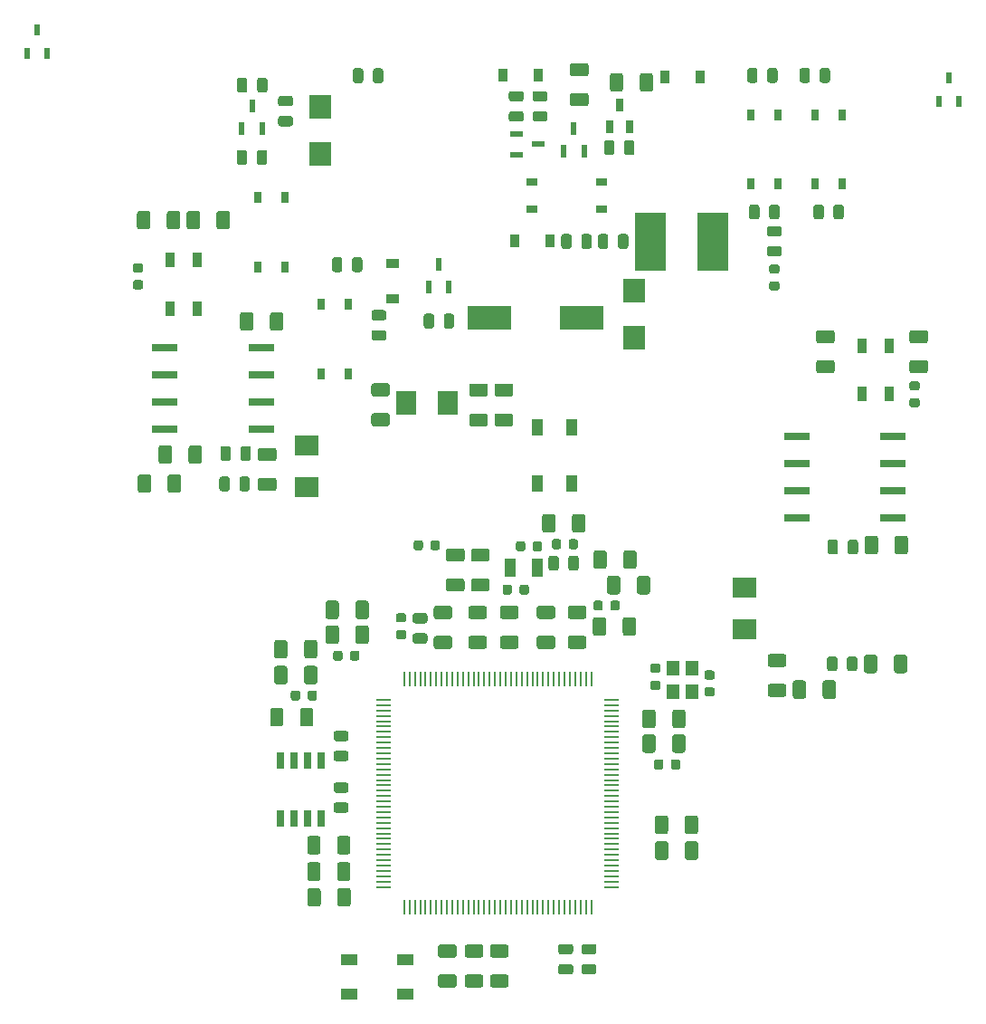
<source format=gtp>
G04 #@! TF.GenerationSoftware,KiCad,Pcbnew,(5.1.6-0-10_14)*
G04 #@! TF.CreationDate,2021-12-22T00:37:34+01:00*
G04 #@! TF.ProjectId,CHAdeMO_V2.0,43484164-654d-44f5-9f56-322e302e6b69,rev?*
G04 #@! TF.SameCoordinates,Original*
G04 #@! TF.FileFunction,Paste,Top*
G04 #@! TF.FilePolarity,Positive*
%FSLAX46Y46*%
G04 Gerber Fmt 4.6, Leading zero omitted, Abs format (unit mm)*
G04 Created by KiCad (PCBNEW (5.1.6-0-10_14)) date 2021-12-22 00:37:34*
%MOMM*%
%LPD*%
G01*
G04 APERTURE LIST*
%ADD10R,1.200000X0.900000*%
%ADD11R,0.900000X1.200000*%
%ADD12R,0.600000X1.050000*%
%ADD13R,0.650000X1.200000*%
%ADD14R,0.600000X1.300000*%
%ADD15R,1.300000X0.600000*%
%ADD16R,0.900000X1.350000*%
%ADD17R,1.900000X2.200000*%
%ADD18R,2.900000X5.450000*%
%ADD19R,2.150000X2.200000*%
%ADD20R,0.800000X1.000000*%
%ADD21R,1.000000X0.800000*%
%ADD22R,1.550000X1.000000*%
%ADD23R,1.000000X1.550000*%
%ADD24R,4.050000X2.300000*%
%ADD25R,0.280000X1.470000*%
%ADD26R,1.470000X0.280000*%
%ADD27R,2.350000X0.700000*%
%ADD28R,1.000000X1.800000*%
%ADD29R,0.650000X1.525000*%
%ADD30R,2.200000X1.900000*%
%ADD31R,1.200000X1.400000*%
G04 APERTURE END LIST*
G36*
G01*
X126797100Y-116639500D02*
X126797100Y-115389500D01*
G75*
G02*
X127047100Y-115139500I250000J0D01*
G01*
X127797100Y-115139500D01*
G75*
G02*
X128047100Y-115389500I0J-250000D01*
G01*
X128047100Y-116639500D01*
G75*
G02*
X127797100Y-116889500I-250000J0D01*
G01*
X127047100Y-116889500D01*
G75*
G02*
X126797100Y-116639500I0J250000D01*
G01*
G37*
G36*
G01*
X123997100Y-116639500D02*
X123997100Y-115389500D01*
G75*
G02*
X124247100Y-115139500I250000J0D01*
G01*
X124997100Y-115139500D01*
G75*
G02*
X125247100Y-115389500I0J-250000D01*
G01*
X125247100Y-116639500D01*
G75*
G02*
X124997100Y-116889500I-250000J0D01*
G01*
X124247100Y-116889500D01*
G75*
G02*
X123997100Y-116639500I0J250000D01*
G01*
G37*
G36*
G01*
X122531850Y-77120000D02*
X122019350Y-77120000D01*
G75*
G02*
X121800600Y-76901250I0J218750D01*
G01*
X121800600Y-76463750D01*
G75*
G02*
X122019350Y-76245000I218750J0D01*
G01*
X122531850Y-76245000D01*
G75*
G02*
X122750600Y-76463750I0J-218750D01*
G01*
X122750600Y-76901250D01*
G75*
G02*
X122531850Y-77120000I-218750J0D01*
G01*
G37*
G36*
G01*
X122531850Y-78695000D02*
X122019350Y-78695000D01*
G75*
G02*
X121800600Y-78476250I0J218750D01*
G01*
X121800600Y-78038750D01*
G75*
G02*
X122019350Y-77820000I218750J0D01*
G01*
X122531850Y-77820000D01*
G75*
G02*
X122750600Y-78038750I0J-218750D01*
G01*
X122750600Y-78476250D01*
G75*
G02*
X122531850Y-78695000I-218750J0D01*
G01*
G37*
G36*
G01*
X87594150Y-109731100D02*
X87081650Y-109731100D01*
G75*
G02*
X86862900Y-109512350I0J218750D01*
G01*
X86862900Y-109074850D01*
G75*
G02*
X87081650Y-108856100I218750J0D01*
G01*
X87594150Y-108856100D01*
G75*
G02*
X87812900Y-109074850I0J-218750D01*
G01*
X87812900Y-109512350D01*
G75*
G02*
X87594150Y-109731100I-218750J0D01*
G01*
G37*
G36*
G01*
X87594150Y-111306100D02*
X87081650Y-111306100D01*
G75*
G02*
X86862900Y-111087350I0J218750D01*
G01*
X86862900Y-110649850D01*
G75*
G02*
X87081650Y-110431100I218750J0D01*
G01*
X87594150Y-110431100D01*
G75*
G02*
X87812900Y-110649850I0J-218750D01*
G01*
X87812900Y-111087350D01*
G75*
G02*
X87594150Y-111306100I-218750J0D01*
G01*
G37*
D10*
X86563200Y-76175600D03*
X86563200Y-79475600D03*
D11*
X115315000Y-58699400D03*
X112015000Y-58699400D03*
X100202000Y-58547000D03*
X96902000Y-58547000D03*
X101268800Y-74079100D03*
X97968800Y-74079100D03*
G36*
G01*
X121819350Y-74541800D02*
X122731850Y-74541800D01*
G75*
G02*
X122975600Y-74785550I0J-243750D01*
G01*
X122975600Y-75273050D01*
G75*
G02*
X122731850Y-75516800I-243750J0D01*
G01*
X121819350Y-75516800D01*
G75*
G02*
X121575600Y-75273050I0J243750D01*
G01*
X121575600Y-74785550D01*
G75*
G02*
X121819350Y-74541800I243750J0D01*
G01*
G37*
G36*
G01*
X121819350Y-72666800D02*
X122731850Y-72666800D01*
G75*
G02*
X122975600Y-72910550I0J-243750D01*
G01*
X122975600Y-73398050D01*
G75*
G02*
X122731850Y-73641800I-243750J0D01*
G01*
X121819350Y-73641800D01*
G75*
G02*
X121575600Y-73398050I0J243750D01*
G01*
X121575600Y-72910550D01*
G75*
G02*
X121819350Y-72666800I243750J0D01*
G01*
G37*
G36*
G01*
X106738000Y-73648250D02*
X106738000Y-74560750D01*
G75*
G02*
X106494250Y-74804500I-243750J0D01*
G01*
X106006750Y-74804500D01*
G75*
G02*
X105763000Y-74560750I0J243750D01*
G01*
X105763000Y-73648250D01*
G75*
G02*
X106006750Y-73404500I243750J0D01*
G01*
X106494250Y-73404500D01*
G75*
G02*
X106738000Y-73648250I0J-243750D01*
G01*
G37*
G36*
G01*
X108613000Y-73648250D02*
X108613000Y-74560750D01*
G75*
G02*
X108369250Y-74804500I-243750J0D01*
G01*
X107881750Y-74804500D01*
G75*
G02*
X107638000Y-74560750I0J243750D01*
G01*
X107638000Y-73648250D01*
G75*
G02*
X107881750Y-73404500I243750J0D01*
G01*
X108369250Y-73404500D01*
G75*
G02*
X108613000Y-73648250I0J-243750D01*
G01*
G37*
G36*
G01*
X107309500Y-64885250D02*
X107309500Y-65797750D01*
G75*
G02*
X107065750Y-66041500I-243750J0D01*
G01*
X106578250Y-66041500D01*
G75*
G02*
X106334500Y-65797750I0J243750D01*
G01*
X106334500Y-64885250D01*
G75*
G02*
X106578250Y-64641500I243750J0D01*
G01*
X107065750Y-64641500D01*
G75*
G02*
X107309500Y-64885250I0J-243750D01*
G01*
G37*
G36*
G01*
X109184500Y-64885250D02*
X109184500Y-65797750D01*
G75*
G02*
X108940750Y-66041500I-243750J0D01*
G01*
X108453250Y-66041500D01*
G75*
G02*
X108209500Y-65797750I0J243750D01*
G01*
X108209500Y-64885250D01*
G75*
G02*
X108453250Y-64641500I243750J0D01*
G01*
X108940750Y-64641500D01*
G75*
G02*
X109184500Y-64885250I0J-243750D01*
G01*
G37*
G36*
G01*
X103309000Y-73648250D02*
X103309000Y-74560750D01*
G75*
G02*
X103065250Y-74804500I-243750J0D01*
G01*
X102577750Y-74804500D01*
G75*
G02*
X102334000Y-74560750I0J243750D01*
G01*
X102334000Y-73648250D01*
G75*
G02*
X102577750Y-73404500I243750J0D01*
G01*
X103065250Y-73404500D01*
G75*
G02*
X103309000Y-73648250I0J-243750D01*
G01*
G37*
G36*
G01*
X105184000Y-73648250D02*
X105184000Y-74560750D01*
G75*
G02*
X104940250Y-74804500I-243750J0D01*
G01*
X104452750Y-74804500D01*
G75*
G02*
X104209000Y-74560750I0J243750D01*
G01*
X104209000Y-73648250D01*
G75*
G02*
X104452750Y-73404500I243750J0D01*
G01*
X104940250Y-73404500D01*
G75*
G02*
X105184000Y-73648250I0J-243750D01*
G01*
G37*
G36*
G01*
X100786250Y-61018000D02*
X99873750Y-61018000D01*
G75*
G02*
X99630000Y-60774250I0J243750D01*
G01*
X99630000Y-60286750D01*
G75*
G02*
X99873750Y-60043000I243750J0D01*
G01*
X100786250Y-60043000D01*
G75*
G02*
X101030000Y-60286750I0J-243750D01*
G01*
X101030000Y-60774250D01*
G75*
G02*
X100786250Y-61018000I-243750J0D01*
G01*
G37*
G36*
G01*
X100786250Y-62893000D02*
X99873750Y-62893000D01*
G75*
G02*
X99630000Y-62649250I0J243750D01*
G01*
X99630000Y-62161750D01*
G75*
G02*
X99873750Y-61918000I243750J0D01*
G01*
X100786250Y-61918000D01*
G75*
G02*
X101030000Y-62161750I0J-243750D01*
G01*
X101030000Y-62649250D01*
G75*
G02*
X100786250Y-62893000I-243750J0D01*
G01*
G37*
G36*
G01*
X120883100Y-70892350D02*
X120883100Y-71804850D01*
G75*
G02*
X120639350Y-72048600I-243750J0D01*
G01*
X120151850Y-72048600D01*
G75*
G02*
X119908100Y-71804850I0J243750D01*
G01*
X119908100Y-70892350D01*
G75*
G02*
X120151850Y-70648600I243750J0D01*
G01*
X120639350Y-70648600D01*
G75*
G02*
X120883100Y-70892350I0J-243750D01*
G01*
G37*
G36*
G01*
X122758100Y-70892350D02*
X122758100Y-71804850D01*
G75*
G02*
X122514350Y-72048600I-243750J0D01*
G01*
X122026850Y-72048600D01*
G75*
G02*
X121783100Y-71804850I0J243750D01*
G01*
X121783100Y-70892350D01*
G75*
G02*
X122026850Y-70648600I243750J0D01*
G01*
X122514350Y-70648600D01*
G75*
G02*
X122758100Y-70892350I0J-243750D01*
G01*
G37*
G36*
G01*
X127805600Y-71804850D02*
X127805600Y-70892350D01*
G75*
G02*
X128049350Y-70648600I243750J0D01*
G01*
X128536850Y-70648600D01*
G75*
G02*
X128780600Y-70892350I0J-243750D01*
G01*
X128780600Y-71804850D01*
G75*
G02*
X128536850Y-72048600I-243750J0D01*
G01*
X128049350Y-72048600D01*
G75*
G02*
X127805600Y-71804850I0J243750D01*
G01*
G37*
G36*
G01*
X125930600Y-71804850D02*
X125930600Y-70892350D01*
G75*
G02*
X126174350Y-70648600I243750J0D01*
G01*
X126661850Y-70648600D01*
G75*
G02*
X126905600Y-70892350I0J-243750D01*
G01*
X126905600Y-71804850D01*
G75*
G02*
X126661850Y-72048600I-243750J0D01*
G01*
X126174350Y-72048600D01*
G75*
G02*
X125930600Y-71804850I0J243750D01*
G01*
G37*
G36*
G01*
X91331200Y-82015650D02*
X91331200Y-81103150D01*
G75*
G02*
X91574950Y-80859400I243750J0D01*
G01*
X92062450Y-80859400D01*
G75*
G02*
X92306200Y-81103150I0J-243750D01*
G01*
X92306200Y-82015650D01*
G75*
G02*
X92062450Y-82259400I-243750J0D01*
G01*
X91574950Y-82259400D01*
G75*
G02*
X91331200Y-82015650I0J243750D01*
G01*
G37*
G36*
G01*
X89456200Y-82015650D02*
X89456200Y-81103150D01*
G75*
G02*
X89699950Y-80859400I243750J0D01*
G01*
X90187450Y-80859400D01*
G75*
G02*
X90431200Y-81103150I0J-243750D01*
G01*
X90431200Y-82015650D01*
G75*
G02*
X90187450Y-82259400I-243750J0D01*
G01*
X89699950Y-82259400D01*
G75*
G02*
X89456200Y-82015650I0J243750D01*
G01*
G37*
G36*
G01*
X73830600Y-66699450D02*
X73830600Y-65786950D01*
G75*
G02*
X74074350Y-65543200I243750J0D01*
G01*
X74561850Y-65543200D01*
G75*
G02*
X74805600Y-65786950I0J-243750D01*
G01*
X74805600Y-66699450D01*
G75*
G02*
X74561850Y-66943200I-243750J0D01*
G01*
X74074350Y-66943200D01*
G75*
G02*
X73830600Y-66699450I0J243750D01*
G01*
G37*
G36*
G01*
X71955600Y-66699450D02*
X71955600Y-65786950D01*
G75*
G02*
X72199350Y-65543200I243750J0D01*
G01*
X72686850Y-65543200D01*
G75*
G02*
X72930600Y-65786950I0J-243750D01*
G01*
X72930600Y-66699450D01*
G75*
G02*
X72686850Y-66943200I-243750J0D01*
G01*
X72199350Y-66943200D01*
G75*
G02*
X71955600Y-66699450I0J243750D01*
G01*
G37*
G36*
G01*
X97663950Y-61918000D02*
X98576450Y-61918000D01*
G75*
G02*
X98820200Y-62161750I0J-243750D01*
G01*
X98820200Y-62649250D01*
G75*
G02*
X98576450Y-62893000I-243750J0D01*
G01*
X97663950Y-62893000D01*
G75*
G02*
X97420200Y-62649250I0J243750D01*
G01*
X97420200Y-62161750D01*
G75*
G02*
X97663950Y-61918000I243750J0D01*
G01*
G37*
G36*
G01*
X97663950Y-60043000D02*
X98576450Y-60043000D01*
G75*
G02*
X98820200Y-60286750I0J-243750D01*
G01*
X98820200Y-60774250D01*
G75*
G02*
X98576450Y-61018000I-243750J0D01*
G01*
X97663950Y-61018000D01*
G75*
G02*
X97420200Y-60774250I0J243750D01*
G01*
X97420200Y-60286750D01*
G75*
G02*
X97663950Y-60043000I243750J0D01*
G01*
G37*
G36*
G01*
X103199250Y-140774000D02*
X102286750Y-140774000D01*
G75*
G02*
X102043000Y-140530250I0J243750D01*
G01*
X102043000Y-140042750D01*
G75*
G02*
X102286750Y-139799000I243750J0D01*
G01*
X103199250Y-139799000D01*
G75*
G02*
X103443000Y-140042750I0J-243750D01*
G01*
X103443000Y-140530250D01*
G75*
G02*
X103199250Y-140774000I-243750J0D01*
G01*
G37*
G36*
G01*
X103199250Y-142649000D02*
X102286750Y-142649000D01*
G75*
G02*
X102043000Y-142405250I0J243750D01*
G01*
X102043000Y-141917750D01*
G75*
G02*
X102286750Y-141674000I243750J0D01*
G01*
X103199250Y-141674000D01*
G75*
G02*
X103443000Y-141917750I0J-243750D01*
G01*
X103443000Y-142405250D01*
G75*
G02*
X103199250Y-142649000I-243750J0D01*
G01*
G37*
G36*
G01*
X105383650Y-140774000D02*
X104471150Y-140774000D01*
G75*
G02*
X104227400Y-140530250I0J243750D01*
G01*
X104227400Y-140042750D01*
G75*
G02*
X104471150Y-139799000I243750J0D01*
G01*
X105383650Y-139799000D01*
G75*
G02*
X105627400Y-140042750I0J-243750D01*
G01*
X105627400Y-140530250D01*
G75*
G02*
X105383650Y-140774000I-243750J0D01*
G01*
G37*
G36*
G01*
X105383650Y-142649000D02*
X104471150Y-142649000D01*
G75*
G02*
X104227400Y-142405250I0J243750D01*
G01*
X104227400Y-141917750D01*
G75*
G02*
X104471150Y-141674000I243750J0D01*
G01*
X105383650Y-141674000D01*
G75*
G02*
X105627400Y-141917750I0J-243750D01*
G01*
X105627400Y-142405250D01*
G75*
G02*
X105383650Y-142649000I-243750J0D01*
G01*
G37*
D12*
X53247600Y-54322800D03*
X54197600Y-56522800D03*
X52297600Y-56522800D03*
X138633200Y-58767800D03*
X139583200Y-60967800D03*
X137683200Y-60967800D03*
D13*
X107797600Y-61307000D03*
X108757600Y-63407000D03*
X106837600Y-63407000D03*
D14*
X103505000Y-63567600D03*
X104455000Y-65667600D03*
X102555000Y-65667600D03*
D15*
X100211600Y-65024000D03*
X98111600Y-65974000D03*
X98111600Y-64074000D03*
D14*
X90881200Y-76226200D03*
X91831200Y-78326200D03*
X89931200Y-78326200D03*
X73380600Y-61434000D03*
X74330600Y-63534000D03*
X72430600Y-63534000D03*
D16*
X130499800Y-83831000D03*
X132999800Y-83831000D03*
X132999800Y-88381000D03*
X130499800Y-88381000D03*
X65724600Y-75847000D03*
X68224600Y-75847000D03*
X68224600Y-80397000D03*
X65724600Y-80397000D03*
D17*
X87839000Y-89179400D03*
X91739000Y-89179400D03*
G36*
G01*
X108127500Y-58607800D02*
X108127500Y-59857800D01*
G75*
G02*
X107877500Y-60107800I-250000J0D01*
G01*
X107127500Y-60107800D01*
G75*
G02*
X106877500Y-59857800I0J250000D01*
G01*
X106877500Y-58607800D01*
G75*
G02*
X107127500Y-58357800I250000J0D01*
G01*
X107877500Y-58357800D01*
G75*
G02*
X108127500Y-58607800I0J-250000D01*
G01*
G37*
G36*
G01*
X110927500Y-58607800D02*
X110927500Y-59857800D01*
G75*
G02*
X110677500Y-60107800I-250000J0D01*
G01*
X109927500Y-60107800D01*
G75*
G02*
X109677500Y-59857800I0J250000D01*
G01*
X109677500Y-58607800D01*
G75*
G02*
X109927500Y-58357800I250000J0D01*
G01*
X110677500Y-58357800D01*
G75*
G02*
X110927500Y-58607800I0J-250000D01*
G01*
G37*
G36*
G01*
X104638000Y-58661000D02*
X103388000Y-58661000D01*
G75*
G02*
X103138000Y-58411000I0J250000D01*
G01*
X103138000Y-57661000D01*
G75*
G02*
X103388000Y-57411000I250000J0D01*
G01*
X104638000Y-57411000D01*
G75*
G02*
X104888000Y-57661000I0J-250000D01*
G01*
X104888000Y-58411000D01*
G75*
G02*
X104638000Y-58661000I-250000J0D01*
G01*
G37*
G36*
G01*
X104638000Y-61461000D02*
X103388000Y-61461000D01*
G75*
G02*
X103138000Y-61211000I0J250000D01*
G01*
X103138000Y-60461000D01*
G75*
G02*
X103388000Y-60211000I250000J0D01*
G01*
X104638000Y-60211000D01*
G75*
G02*
X104888000Y-60461000I0J-250000D01*
G01*
X104888000Y-61211000D01*
G75*
G02*
X104638000Y-61461000I-250000J0D01*
G01*
G37*
D18*
X110711500Y-74168000D03*
X116491500Y-74168000D03*
D19*
X109169200Y-83073600D03*
X109169200Y-78673600D03*
X79781400Y-65896600D03*
X79781400Y-61496600D03*
D20*
X122603100Y-68744200D03*
X120063100Y-68744200D03*
X120063100Y-62244200D03*
X122603100Y-62244200D03*
X128625600Y-68744200D03*
X126085600Y-68744200D03*
X126085600Y-62244200D03*
X128625600Y-62244200D03*
D21*
X99594300Y-71120000D03*
X99594300Y-68580000D03*
X106094300Y-68580000D03*
X106094300Y-71120000D03*
D20*
X82423000Y-86473400D03*
X79883000Y-86473400D03*
X79883000Y-79973400D03*
X82423000Y-79973400D03*
X76479400Y-76465800D03*
X73939400Y-76465800D03*
X73939400Y-69965800D03*
X76479400Y-69965800D03*
D22*
X87765800Y-144500400D03*
X82515800Y-144500400D03*
X87765800Y-141300400D03*
X82515800Y-141300400D03*
D23*
X103301600Y-91507400D03*
X103301600Y-96757400D03*
X100101600Y-91507400D03*
X100101600Y-96757400D03*
D24*
X104198200Y-81203800D03*
X95598200Y-81203800D03*
G36*
G01*
X136413400Y-83636000D02*
X135163400Y-83636000D01*
G75*
G02*
X134913400Y-83386000I0J250000D01*
G01*
X134913400Y-82636000D01*
G75*
G02*
X135163400Y-82386000I250000J0D01*
G01*
X136413400Y-82386000D01*
G75*
G02*
X136663400Y-82636000I0J-250000D01*
G01*
X136663400Y-83386000D01*
G75*
G02*
X136413400Y-83636000I-250000J0D01*
G01*
G37*
G36*
G01*
X136413400Y-86436000D02*
X135163400Y-86436000D01*
G75*
G02*
X134913400Y-86186000I0J250000D01*
G01*
X134913400Y-85436000D01*
G75*
G02*
X135163400Y-85186000I250000J0D01*
G01*
X136413400Y-85186000D01*
G75*
G02*
X136663400Y-85436000I0J-250000D01*
G01*
X136663400Y-86186000D01*
G75*
G02*
X136413400Y-86436000I-250000J0D01*
G01*
G37*
G36*
G01*
X126425800Y-85186000D02*
X127675800Y-85186000D01*
G75*
G02*
X127925800Y-85436000I0J-250000D01*
G01*
X127925800Y-86186000D01*
G75*
G02*
X127675800Y-86436000I-250000J0D01*
G01*
X126425800Y-86436000D01*
G75*
G02*
X126175800Y-86186000I0J250000D01*
G01*
X126175800Y-85436000D01*
G75*
G02*
X126425800Y-85186000I250000J0D01*
G01*
G37*
G36*
G01*
X126425800Y-82386000D02*
X127675800Y-82386000D01*
G75*
G02*
X127925800Y-82636000I0J-250000D01*
G01*
X127925800Y-83386000D01*
G75*
G02*
X127675800Y-83636000I-250000J0D01*
G01*
X126425800Y-83636000D01*
G75*
G02*
X126175800Y-83386000I0J250000D01*
G01*
X126175800Y-82636000D01*
G75*
G02*
X126425800Y-82386000I250000J0D01*
G01*
G37*
G36*
G01*
X135142150Y-88742000D02*
X135654650Y-88742000D01*
G75*
G02*
X135873400Y-88960750I0J-218750D01*
G01*
X135873400Y-89398250D01*
G75*
G02*
X135654650Y-89617000I-218750J0D01*
G01*
X135142150Y-89617000D01*
G75*
G02*
X134923400Y-89398250I0J218750D01*
G01*
X134923400Y-88960750D01*
G75*
G02*
X135142150Y-88742000I218750J0D01*
G01*
G37*
G36*
G01*
X135142150Y-87167000D02*
X135654650Y-87167000D01*
G75*
G02*
X135873400Y-87385750I0J-218750D01*
G01*
X135873400Y-87823250D01*
G75*
G02*
X135654650Y-88042000I-218750J0D01*
G01*
X135142150Y-88042000D01*
G75*
G02*
X134923400Y-87823250I0J218750D01*
G01*
X134923400Y-87385750D01*
G75*
G02*
X135142150Y-87167000I218750J0D01*
G01*
G37*
D25*
X105130500Y-136385000D03*
X104630500Y-136385000D03*
X104130500Y-136385000D03*
X103630500Y-136385000D03*
X103130500Y-136385000D03*
X102630500Y-136385000D03*
X102130500Y-136385000D03*
X101630500Y-136385000D03*
X101130500Y-136385000D03*
X100630500Y-136385000D03*
X100130500Y-136385000D03*
X99630500Y-136385000D03*
X99130500Y-136385000D03*
X98630500Y-136385000D03*
X98130500Y-136385000D03*
X97630500Y-136385000D03*
X97130500Y-136385000D03*
X96630500Y-136385000D03*
X96130500Y-136385000D03*
X95630500Y-136385000D03*
X95130500Y-136385000D03*
X94630500Y-136385000D03*
X94130500Y-136385000D03*
X93630500Y-136385000D03*
X93130500Y-136385000D03*
X92630500Y-136385000D03*
X92130500Y-136385000D03*
X91630500Y-136385000D03*
X91130500Y-136385000D03*
X90630500Y-136385000D03*
X90130500Y-136385000D03*
X89630500Y-136385000D03*
X89130500Y-136385000D03*
X88630500Y-136385000D03*
X88130500Y-136385000D03*
X87630500Y-136385000D03*
D26*
X85710500Y-134465000D03*
X85710500Y-133965000D03*
X85710500Y-133465000D03*
X85710500Y-132965000D03*
X85710500Y-132465000D03*
X85710500Y-131965000D03*
X85710500Y-131465000D03*
X85710500Y-130965000D03*
X85710500Y-130465000D03*
X85710500Y-129965000D03*
X85710500Y-129465000D03*
X85710500Y-128965000D03*
X85710500Y-128465000D03*
X85710500Y-127965000D03*
X85710500Y-127465000D03*
X85710500Y-126965000D03*
X85710500Y-126465000D03*
X85710500Y-125965000D03*
X85710500Y-125465000D03*
X85710500Y-124965000D03*
X85710500Y-124465000D03*
X85710500Y-123965000D03*
X85710500Y-123465000D03*
X85710500Y-122965000D03*
X85710500Y-122465000D03*
X85710500Y-121965000D03*
X85710500Y-121465000D03*
X85710500Y-120965000D03*
X85710500Y-120465000D03*
X85710500Y-119965000D03*
X85710500Y-119465000D03*
X85710500Y-118965000D03*
X85710500Y-118465000D03*
X85710500Y-117965000D03*
X85710500Y-117465000D03*
X85710500Y-116965000D03*
D25*
X87630500Y-115045000D03*
X88130500Y-115045000D03*
X88630500Y-115045000D03*
X89130500Y-115045000D03*
X89630500Y-115045000D03*
X90130500Y-115045000D03*
X90630500Y-115045000D03*
X91130500Y-115045000D03*
X91630500Y-115045000D03*
X92130500Y-115045000D03*
X92630500Y-115045000D03*
X93130500Y-115045000D03*
X93630500Y-115045000D03*
X94130500Y-115045000D03*
X94630500Y-115045000D03*
X95130500Y-115045000D03*
X95630500Y-115045000D03*
X96130500Y-115045000D03*
X96630500Y-115045000D03*
X97130500Y-115045000D03*
X97630500Y-115045000D03*
X98130500Y-115045000D03*
X98630500Y-115045000D03*
X99130500Y-115045000D03*
X99630500Y-115045000D03*
X100130500Y-115045000D03*
X100630500Y-115045000D03*
X101130500Y-115045000D03*
X101630500Y-115045000D03*
X102130500Y-115045000D03*
X102630500Y-115045000D03*
X103130500Y-115045000D03*
X103630500Y-115045000D03*
X104130500Y-115045000D03*
X104630500Y-115045000D03*
X105130500Y-115045000D03*
D26*
X107050500Y-116965000D03*
X107050500Y-117465000D03*
X107050500Y-117965000D03*
X107050500Y-118465000D03*
X107050500Y-118965000D03*
X107050500Y-119465000D03*
X107050500Y-119965000D03*
X107050500Y-120465000D03*
X107050500Y-120965000D03*
X107050500Y-121465000D03*
X107050500Y-121965000D03*
X107050500Y-122465000D03*
X107050500Y-122965000D03*
X107050500Y-123465000D03*
X107050500Y-123965000D03*
X107050500Y-124465000D03*
X107050500Y-124965000D03*
X107050500Y-125465000D03*
X107050500Y-125965000D03*
X107050500Y-126465000D03*
X107050500Y-126965000D03*
X107050500Y-127465000D03*
X107050500Y-127965000D03*
X107050500Y-128465000D03*
X107050500Y-128965000D03*
X107050500Y-129465000D03*
X107050500Y-129965000D03*
X107050500Y-130465000D03*
X107050500Y-130965000D03*
X107050500Y-131465000D03*
X107050500Y-131965000D03*
X107050500Y-132465000D03*
X107050500Y-132965000D03*
X107050500Y-133465000D03*
X107050500Y-133965000D03*
X107050500Y-134465000D03*
G36*
G01*
X120708000Y-58116150D02*
X120708000Y-59028650D01*
G75*
G02*
X120464250Y-59272400I-243750J0D01*
G01*
X119976750Y-59272400D01*
G75*
G02*
X119733000Y-59028650I0J243750D01*
G01*
X119733000Y-58116150D01*
G75*
G02*
X119976750Y-57872400I243750J0D01*
G01*
X120464250Y-57872400D01*
G75*
G02*
X120708000Y-58116150I0J-243750D01*
G01*
G37*
G36*
G01*
X122583000Y-58116150D02*
X122583000Y-59028650D01*
G75*
G02*
X122339250Y-59272400I-243750J0D01*
G01*
X121851750Y-59272400D01*
G75*
G02*
X121608000Y-59028650I0J243750D01*
G01*
X121608000Y-58116150D01*
G75*
G02*
X121851750Y-57872400I243750J0D01*
G01*
X122339250Y-57872400D01*
G75*
G02*
X122583000Y-58116150I0J-243750D01*
G01*
G37*
G36*
G01*
X125610200Y-58116150D02*
X125610200Y-59028650D01*
G75*
G02*
X125366450Y-59272400I-243750J0D01*
G01*
X124878950Y-59272400D01*
G75*
G02*
X124635200Y-59028650I0J243750D01*
G01*
X124635200Y-58116150D01*
G75*
G02*
X124878950Y-57872400I243750J0D01*
G01*
X125366450Y-57872400D01*
G75*
G02*
X125610200Y-58116150I0J-243750D01*
G01*
G37*
G36*
G01*
X127485200Y-58116150D02*
X127485200Y-59028650D01*
G75*
G02*
X127241450Y-59272400I-243750J0D01*
G01*
X126753950Y-59272400D01*
G75*
G02*
X126510200Y-59028650I0J243750D01*
G01*
X126510200Y-58116150D01*
G75*
G02*
X126753950Y-57872400I243750J0D01*
G01*
X127241450Y-57872400D01*
G75*
G02*
X127485200Y-58116150I0J-243750D01*
G01*
G37*
D27*
X65223400Y-91643200D03*
X65223400Y-89103200D03*
X65223400Y-86563200D03*
X65223400Y-84023200D03*
X74273400Y-84023200D03*
X74273400Y-86563200D03*
X74273400Y-89103200D03*
X74273400Y-91643200D03*
G36*
G01*
X84811550Y-82390400D02*
X85724050Y-82390400D01*
G75*
G02*
X85967800Y-82634150I0J-243750D01*
G01*
X85967800Y-83121650D01*
G75*
G02*
X85724050Y-83365400I-243750J0D01*
G01*
X84811550Y-83365400D01*
G75*
G02*
X84567800Y-83121650I0J243750D01*
G01*
X84567800Y-82634150D01*
G75*
G02*
X84811550Y-82390400I243750J0D01*
G01*
G37*
G36*
G01*
X84811550Y-80515400D02*
X85724050Y-80515400D01*
G75*
G02*
X85967800Y-80759150I0J-243750D01*
G01*
X85967800Y-81246650D01*
G75*
G02*
X85724050Y-81490400I-243750J0D01*
G01*
X84811550Y-81490400D01*
G75*
G02*
X84567800Y-81246650I0J243750D01*
G01*
X84567800Y-80759150D01*
G75*
G02*
X84811550Y-80515400I243750J0D01*
G01*
G37*
G36*
G01*
X89572150Y-109831100D02*
X88659650Y-109831100D01*
G75*
G02*
X88415900Y-109587350I0J243750D01*
G01*
X88415900Y-109099850D01*
G75*
G02*
X88659650Y-108856100I243750J0D01*
G01*
X89572150Y-108856100D01*
G75*
G02*
X89815900Y-109099850I0J-243750D01*
G01*
X89815900Y-109587350D01*
G75*
G02*
X89572150Y-109831100I-243750J0D01*
G01*
G37*
G36*
G01*
X89572150Y-111706100D02*
X88659650Y-111706100D01*
G75*
G02*
X88415900Y-111462350I0J243750D01*
G01*
X88415900Y-110974850D01*
G75*
G02*
X88659650Y-110731100I243750J0D01*
G01*
X89572150Y-110731100D01*
G75*
G02*
X89815900Y-110974850I0J-243750D01*
G01*
X89815900Y-111462350D01*
G75*
G02*
X89572150Y-111706100I-243750J0D01*
G01*
G37*
G36*
G01*
X73520000Y-80959800D02*
X73520000Y-82209800D01*
G75*
G02*
X73270000Y-82459800I-250000J0D01*
G01*
X72520000Y-82459800D01*
G75*
G02*
X72270000Y-82209800I0J250000D01*
G01*
X72270000Y-80959800D01*
G75*
G02*
X72520000Y-80709800I250000J0D01*
G01*
X73270000Y-80709800D01*
G75*
G02*
X73520000Y-80959800I0J-250000D01*
G01*
G37*
G36*
G01*
X76320000Y-80959800D02*
X76320000Y-82209800D01*
G75*
G02*
X76070000Y-82459800I-250000J0D01*
G01*
X75320000Y-82459800D01*
G75*
G02*
X75070000Y-82209800I0J250000D01*
G01*
X75070000Y-80959800D01*
G75*
G02*
X75320000Y-80709800I250000J0D01*
G01*
X76070000Y-80709800D01*
G75*
G02*
X76320000Y-80959800I0J-250000D01*
G01*
G37*
G36*
G01*
X123154600Y-113906000D02*
X121904600Y-113906000D01*
G75*
G02*
X121654600Y-113656000I0J250000D01*
G01*
X121654600Y-112906000D01*
G75*
G02*
X121904600Y-112656000I250000J0D01*
G01*
X123154600Y-112656000D01*
G75*
G02*
X123404600Y-112906000I0J-250000D01*
G01*
X123404600Y-113656000D01*
G75*
G02*
X123154600Y-113906000I-250000J0D01*
G01*
G37*
G36*
G01*
X123154600Y-116706000D02*
X121904600Y-116706000D01*
G75*
G02*
X121654600Y-116456000I0J250000D01*
G01*
X121654600Y-115706000D01*
G75*
G02*
X121904600Y-115456000I250000J0D01*
G01*
X123154600Y-115456000D01*
G75*
G02*
X123404600Y-115706000I0J-250000D01*
G01*
X123404600Y-116456000D01*
G75*
G02*
X123154600Y-116706000I-250000J0D01*
G01*
G37*
G36*
G01*
X65900000Y-93405800D02*
X65900000Y-94655800D01*
G75*
G02*
X65650000Y-94905800I-250000J0D01*
G01*
X64900000Y-94905800D01*
G75*
G02*
X64650000Y-94655800I0J250000D01*
G01*
X64650000Y-93405800D01*
G75*
G02*
X64900000Y-93155800I250000J0D01*
G01*
X65650000Y-93155800D01*
G75*
G02*
X65900000Y-93405800I0J-250000D01*
G01*
G37*
G36*
G01*
X68700000Y-93405800D02*
X68700000Y-94655800D01*
G75*
G02*
X68450000Y-94905800I-250000J0D01*
G01*
X67700000Y-94905800D01*
G75*
G02*
X67450000Y-94655800I0J250000D01*
G01*
X67450000Y-93405800D01*
G75*
G02*
X67700000Y-93155800I250000J0D01*
G01*
X68450000Y-93155800D01*
G75*
G02*
X68700000Y-93405800I0J-250000D01*
G01*
G37*
G36*
G01*
X133464600Y-114226500D02*
X133464600Y-112976500D01*
G75*
G02*
X133714600Y-112726500I250000J0D01*
G01*
X134464600Y-112726500D01*
G75*
G02*
X134714600Y-112976500I0J-250000D01*
G01*
X134714600Y-114226500D01*
G75*
G02*
X134464600Y-114476500I-250000J0D01*
G01*
X133714600Y-114476500D01*
G75*
G02*
X133464600Y-114226500I0J250000D01*
G01*
G37*
G36*
G01*
X130664600Y-114226500D02*
X130664600Y-112976500D01*
G75*
G02*
X130914600Y-112726500I250000J0D01*
G01*
X131664600Y-112726500D01*
G75*
G02*
X131914600Y-112976500I0J-250000D01*
G01*
X131914600Y-114226500D01*
G75*
G02*
X131664600Y-114476500I-250000J0D01*
G01*
X130914600Y-114476500D01*
G75*
G02*
X130664600Y-114226500I0J250000D01*
G01*
G37*
G36*
G01*
X112712800Y-121681400D02*
X112712800Y-120431400D01*
G75*
G02*
X112962800Y-120181400I250000J0D01*
G01*
X113712800Y-120181400D01*
G75*
G02*
X113962800Y-120431400I0J-250000D01*
G01*
X113962800Y-121681400D01*
G75*
G02*
X113712800Y-121931400I-250000J0D01*
G01*
X112962800Y-121931400D01*
G75*
G02*
X112712800Y-121681400I0J250000D01*
G01*
G37*
G36*
G01*
X109912800Y-121681400D02*
X109912800Y-120431400D01*
G75*
G02*
X110162800Y-120181400I250000J0D01*
G01*
X110912800Y-120181400D01*
G75*
G02*
X111162800Y-120431400I0J-250000D01*
G01*
X111162800Y-121681400D01*
G75*
G02*
X110912800Y-121931400I-250000J0D01*
G01*
X110162800Y-121931400D01*
G75*
G02*
X109912800Y-121681400I0J250000D01*
G01*
G37*
G36*
G01*
X81521000Y-107934600D02*
X81521000Y-109184600D01*
G75*
G02*
X81271000Y-109434600I-250000J0D01*
G01*
X80521000Y-109434600D01*
G75*
G02*
X80271000Y-109184600I0J250000D01*
G01*
X80271000Y-107934600D01*
G75*
G02*
X80521000Y-107684600I250000J0D01*
G01*
X81271000Y-107684600D01*
G75*
G02*
X81521000Y-107934600I0J-250000D01*
G01*
G37*
G36*
G01*
X84321000Y-107934600D02*
X84321000Y-109184600D01*
G75*
G02*
X84071000Y-109434600I-250000J0D01*
G01*
X83321000Y-109434600D01*
G75*
G02*
X83071000Y-109184600I0J250000D01*
G01*
X83071000Y-107934600D01*
G75*
G02*
X83321000Y-107684600I250000J0D01*
G01*
X84071000Y-107684600D01*
G75*
G02*
X84321000Y-107934600I0J-250000D01*
G01*
G37*
G36*
G01*
X108090000Y-110734000D02*
X108090000Y-109484000D01*
G75*
G02*
X108340000Y-109234000I250000J0D01*
G01*
X109090000Y-109234000D01*
G75*
G02*
X109340000Y-109484000I0J-250000D01*
G01*
X109340000Y-110734000D01*
G75*
G02*
X109090000Y-110984000I-250000J0D01*
G01*
X108340000Y-110984000D01*
G75*
G02*
X108090000Y-110734000I0J250000D01*
G01*
G37*
G36*
G01*
X105290000Y-110734000D02*
X105290000Y-109484000D01*
G75*
G02*
X105540000Y-109234000I250000J0D01*
G01*
X106290000Y-109234000D01*
G75*
G02*
X106540000Y-109484000I0J-250000D01*
G01*
X106540000Y-110734000D01*
G75*
G02*
X106290000Y-110984000I-250000J0D01*
G01*
X105540000Y-110984000D01*
G75*
G02*
X105290000Y-110734000I0J250000D01*
G01*
G37*
G36*
G01*
X91043600Y-142634000D02*
X92293600Y-142634000D01*
G75*
G02*
X92543600Y-142884000I0J-250000D01*
G01*
X92543600Y-143634000D01*
G75*
G02*
X92293600Y-143884000I-250000J0D01*
G01*
X91043600Y-143884000D01*
G75*
G02*
X90793600Y-143634000I0J250000D01*
G01*
X90793600Y-142884000D01*
G75*
G02*
X91043600Y-142634000I250000J0D01*
G01*
G37*
G36*
G01*
X91043600Y-139834000D02*
X92293600Y-139834000D01*
G75*
G02*
X92543600Y-140084000I0J-250000D01*
G01*
X92543600Y-140834000D01*
G75*
G02*
X92293600Y-141084000I-250000J0D01*
G01*
X91043600Y-141084000D01*
G75*
G02*
X90793600Y-140834000I0J250000D01*
G01*
X90793600Y-140084000D01*
G75*
G02*
X91043600Y-139834000I250000J0D01*
G01*
G37*
G36*
G01*
X79819200Y-134807800D02*
X79819200Y-136057800D01*
G75*
G02*
X79569200Y-136307800I-250000J0D01*
G01*
X78819200Y-136307800D01*
G75*
G02*
X78569200Y-136057800I0J250000D01*
G01*
X78569200Y-134807800D01*
G75*
G02*
X78819200Y-134557800I250000J0D01*
G01*
X79569200Y-134557800D01*
G75*
G02*
X79819200Y-134807800I0J-250000D01*
G01*
G37*
G36*
G01*
X82619200Y-134807800D02*
X82619200Y-136057800D01*
G75*
G02*
X82369200Y-136307800I-250000J0D01*
G01*
X81619200Y-136307800D01*
G75*
G02*
X81369200Y-136057800I0J250000D01*
G01*
X81369200Y-134807800D01*
G75*
G02*
X81619200Y-134557800I250000J0D01*
G01*
X82369200Y-134557800D01*
G75*
G02*
X82619200Y-134807800I0J-250000D01*
G01*
G37*
G36*
G01*
X63868000Y-71485600D02*
X63868000Y-72735600D01*
G75*
G02*
X63618000Y-72985600I-250000J0D01*
G01*
X62868000Y-72985600D01*
G75*
G02*
X62618000Y-72735600I0J250000D01*
G01*
X62618000Y-71485600D01*
G75*
G02*
X62868000Y-71235600I250000J0D01*
G01*
X63618000Y-71235600D01*
G75*
G02*
X63868000Y-71485600I0J-250000D01*
G01*
G37*
G36*
G01*
X66668000Y-71485600D02*
X66668000Y-72735600D01*
G75*
G02*
X66418000Y-72985600I-250000J0D01*
G01*
X65668000Y-72985600D01*
G75*
G02*
X65418000Y-72735600I0J250000D01*
G01*
X65418000Y-71485600D01*
G75*
G02*
X65668000Y-71235600I250000J0D01*
G01*
X66418000Y-71235600D01*
G75*
G02*
X66668000Y-71485600I0J-250000D01*
G01*
G37*
G36*
G01*
X68516200Y-71485600D02*
X68516200Y-72735600D01*
G75*
G02*
X68266200Y-72985600I-250000J0D01*
G01*
X67516200Y-72985600D01*
G75*
G02*
X67266200Y-72735600I0J250000D01*
G01*
X67266200Y-71485600D01*
G75*
G02*
X67516200Y-71235600I250000J0D01*
G01*
X68266200Y-71235600D01*
G75*
G02*
X68516200Y-71485600I0J-250000D01*
G01*
G37*
G36*
G01*
X71316200Y-71485600D02*
X71316200Y-72735600D01*
G75*
G02*
X71066200Y-72985600I-250000J0D01*
G01*
X70316200Y-72985600D01*
G75*
G02*
X70066200Y-72735600I0J250000D01*
G01*
X70066200Y-71485600D01*
G75*
G02*
X70316200Y-71235600I250000J0D01*
G01*
X71066200Y-71235600D01*
G75*
G02*
X71316200Y-71485600I0J-250000D01*
G01*
G37*
G36*
G01*
X62456350Y-77718400D02*
X62968850Y-77718400D01*
G75*
G02*
X63187600Y-77937150I0J-218750D01*
G01*
X63187600Y-78374650D01*
G75*
G02*
X62968850Y-78593400I-218750J0D01*
G01*
X62456350Y-78593400D01*
G75*
G02*
X62237600Y-78374650I0J218750D01*
G01*
X62237600Y-77937150D01*
G75*
G02*
X62456350Y-77718400I218750J0D01*
G01*
G37*
G36*
G01*
X62456350Y-76143400D02*
X62968850Y-76143400D01*
G75*
G02*
X63187600Y-76362150I0J-218750D01*
G01*
X63187600Y-76799650D01*
G75*
G02*
X62968850Y-77018400I-218750J0D01*
G01*
X62456350Y-77018400D01*
G75*
G02*
X62237600Y-76799650I0J218750D01*
G01*
X62237600Y-76362150D01*
G75*
G02*
X62456350Y-76143400I218750J0D01*
G01*
G37*
G36*
G01*
X83801800Y-58141550D02*
X83801800Y-59054050D01*
G75*
G02*
X83558050Y-59297800I-243750J0D01*
G01*
X83070550Y-59297800D01*
G75*
G02*
X82826800Y-59054050I0J243750D01*
G01*
X82826800Y-58141550D01*
G75*
G02*
X83070550Y-57897800I243750J0D01*
G01*
X83558050Y-57897800D01*
G75*
G02*
X83801800Y-58141550I0J-243750D01*
G01*
G37*
G36*
G01*
X85676800Y-58141550D02*
X85676800Y-59054050D01*
G75*
G02*
X85433050Y-59297800I-243750J0D01*
G01*
X84945550Y-59297800D01*
G75*
G02*
X84701800Y-59054050I0J243750D01*
G01*
X84701800Y-58141550D01*
G75*
G02*
X84945550Y-57897800I243750J0D01*
G01*
X85433050Y-57897800D01*
G75*
G02*
X85676800Y-58141550I0J-243750D01*
G01*
G37*
G36*
G01*
X73853700Y-59943050D02*
X73853700Y-59030550D01*
G75*
G02*
X74097450Y-58786800I243750J0D01*
G01*
X74584950Y-58786800D01*
G75*
G02*
X74828700Y-59030550I0J-243750D01*
G01*
X74828700Y-59943050D01*
G75*
G02*
X74584950Y-60186800I-243750J0D01*
G01*
X74097450Y-60186800D01*
G75*
G02*
X73853700Y-59943050I0J243750D01*
G01*
G37*
G36*
G01*
X71978700Y-59943050D02*
X71978700Y-59030550D01*
G75*
G02*
X72222450Y-58786800I243750J0D01*
G01*
X72709950Y-58786800D01*
G75*
G02*
X72953700Y-59030550I0J-243750D01*
G01*
X72953700Y-59943050D01*
G75*
G02*
X72709950Y-60186800I-243750J0D01*
G01*
X72222450Y-60186800D01*
G75*
G02*
X71978700Y-59943050I0J243750D01*
G01*
G37*
G36*
G01*
X82746000Y-76732450D02*
X82746000Y-75819950D01*
G75*
G02*
X82989750Y-75576200I243750J0D01*
G01*
X83477250Y-75576200D01*
G75*
G02*
X83721000Y-75819950I0J-243750D01*
G01*
X83721000Y-76732450D01*
G75*
G02*
X83477250Y-76976200I-243750J0D01*
G01*
X82989750Y-76976200D01*
G75*
G02*
X82746000Y-76732450I0J243750D01*
G01*
G37*
G36*
G01*
X80871000Y-76732450D02*
X80871000Y-75819950D01*
G75*
G02*
X81114750Y-75576200I243750J0D01*
G01*
X81602250Y-75576200D01*
G75*
G02*
X81846000Y-75819950I0J-243750D01*
G01*
X81846000Y-76732450D01*
G75*
G02*
X81602250Y-76976200I-243750J0D01*
G01*
X81114750Y-76976200D01*
G75*
G02*
X80871000Y-76732450I0J243750D01*
G01*
G37*
G36*
G01*
X76986450Y-61462500D02*
X76073950Y-61462500D01*
G75*
G02*
X75830200Y-61218750I0J243750D01*
G01*
X75830200Y-60731250D01*
G75*
G02*
X76073950Y-60487500I243750J0D01*
G01*
X76986450Y-60487500D01*
G75*
G02*
X77230200Y-60731250I0J-243750D01*
G01*
X77230200Y-61218750D01*
G75*
G02*
X76986450Y-61462500I-243750J0D01*
G01*
G37*
G36*
G01*
X76986450Y-63337500D02*
X76073950Y-63337500D01*
G75*
G02*
X75830200Y-63093750I0J243750D01*
G01*
X75830200Y-62606250D01*
G75*
G02*
X76073950Y-62362500I243750J0D01*
G01*
X76986450Y-62362500D01*
G75*
G02*
X77230200Y-62606250I0J-243750D01*
G01*
X77230200Y-63093750D01*
G75*
G02*
X76986450Y-63337500I-243750J0D01*
G01*
G37*
G36*
G01*
X97583200Y-88631000D02*
X96333200Y-88631000D01*
G75*
G02*
X96083200Y-88381000I0J250000D01*
G01*
X96083200Y-87631000D01*
G75*
G02*
X96333200Y-87381000I250000J0D01*
G01*
X97583200Y-87381000D01*
G75*
G02*
X97833200Y-87631000I0J-250000D01*
G01*
X97833200Y-88381000D01*
G75*
G02*
X97583200Y-88631000I-250000J0D01*
G01*
G37*
G36*
G01*
X97583200Y-91431000D02*
X96333200Y-91431000D01*
G75*
G02*
X96083200Y-91181000I0J250000D01*
G01*
X96083200Y-90431000D01*
G75*
G02*
X96333200Y-90181000I250000J0D01*
G01*
X97583200Y-90181000D01*
G75*
G02*
X97833200Y-90431000I0J-250000D01*
G01*
X97833200Y-91181000D01*
G75*
G02*
X97583200Y-91431000I-250000J0D01*
G01*
G37*
G36*
G01*
X86045200Y-88607600D02*
X84795200Y-88607600D01*
G75*
G02*
X84545200Y-88357600I0J250000D01*
G01*
X84545200Y-87607600D01*
G75*
G02*
X84795200Y-87357600I250000J0D01*
G01*
X86045200Y-87357600D01*
G75*
G02*
X86295200Y-87607600I0J-250000D01*
G01*
X86295200Y-88357600D01*
G75*
G02*
X86045200Y-88607600I-250000J0D01*
G01*
G37*
G36*
G01*
X86045200Y-91407600D02*
X84795200Y-91407600D01*
G75*
G02*
X84545200Y-91157600I0J250000D01*
G01*
X84545200Y-90407600D01*
G75*
G02*
X84795200Y-90157600I250000J0D01*
G01*
X86045200Y-90157600D01*
G75*
G02*
X86295200Y-90407600I0J-250000D01*
G01*
X86295200Y-91157600D01*
G75*
G02*
X86045200Y-91407600I-250000J0D01*
G01*
G37*
G36*
G01*
X95214600Y-88631000D02*
X93964600Y-88631000D01*
G75*
G02*
X93714600Y-88381000I0J250000D01*
G01*
X93714600Y-87631000D01*
G75*
G02*
X93964600Y-87381000I250000J0D01*
G01*
X95214600Y-87381000D01*
G75*
G02*
X95464600Y-87631000I0J-250000D01*
G01*
X95464600Y-88381000D01*
G75*
G02*
X95214600Y-88631000I-250000J0D01*
G01*
G37*
G36*
G01*
X95214600Y-91431000D02*
X93964600Y-91431000D01*
G75*
G02*
X93714600Y-91181000I0J250000D01*
G01*
X93714600Y-90431000D01*
G75*
G02*
X93964600Y-90181000I250000J0D01*
G01*
X95214600Y-90181000D01*
G75*
G02*
X95464600Y-90431000I0J-250000D01*
G01*
X95464600Y-91181000D01*
G75*
G02*
X95214600Y-91431000I-250000J0D01*
G01*
G37*
G36*
G01*
X129139100Y-103135750D02*
X129139100Y-102223250D01*
G75*
G02*
X129382850Y-101979500I243750J0D01*
G01*
X129870350Y-101979500D01*
G75*
G02*
X130114100Y-102223250I0J-243750D01*
G01*
X130114100Y-103135750D01*
G75*
G02*
X129870350Y-103379500I-243750J0D01*
G01*
X129382850Y-103379500D01*
G75*
G02*
X129139100Y-103135750I0J243750D01*
G01*
G37*
G36*
G01*
X127264100Y-103135750D02*
X127264100Y-102223250D01*
G75*
G02*
X127507850Y-101979500I243750J0D01*
G01*
X127995350Y-101979500D01*
G75*
G02*
X128239100Y-102223250I0J-243750D01*
G01*
X128239100Y-103135750D01*
G75*
G02*
X127995350Y-103379500I-243750J0D01*
G01*
X127507850Y-103379500D01*
G75*
G02*
X127264100Y-103135750I0J243750D01*
G01*
G37*
G36*
G01*
X131978100Y-101864000D02*
X131978100Y-103114000D01*
G75*
G02*
X131728100Y-103364000I-250000J0D01*
G01*
X130978100Y-103364000D01*
G75*
G02*
X130728100Y-103114000I0J250000D01*
G01*
X130728100Y-101864000D01*
G75*
G02*
X130978100Y-101614000I250000J0D01*
G01*
X131728100Y-101614000D01*
G75*
G02*
X131978100Y-101864000I0J-250000D01*
G01*
G37*
G36*
G01*
X134778100Y-101864000D02*
X134778100Y-103114000D01*
G75*
G02*
X134528100Y-103364000I-250000J0D01*
G01*
X133778100Y-103364000D01*
G75*
G02*
X133528100Y-103114000I0J250000D01*
G01*
X133528100Y-101864000D01*
G75*
G02*
X133778100Y-101614000I250000J0D01*
G01*
X134528100Y-101614000D01*
G75*
G02*
X134778100Y-101864000I0J-250000D01*
G01*
G37*
D28*
X100056000Y-104648000D03*
X97556000Y-104648000D03*
D29*
X76009500Y-122637000D03*
X77279500Y-122637000D03*
X78549500Y-122637000D03*
X79819500Y-122637000D03*
X79819500Y-128061000D03*
X78549500Y-128061000D03*
X77279500Y-128061000D03*
X76009500Y-128061000D03*
G36*
G01*
X104434800Y-109410200D02*
X103184800Y-109410200D01*
G75*
G02*
X102934800Y-109160200I0J250000D01*
G01*
X102934800Y-108410200D01*
G75*
G02*
X103184800Y-108160200I250000J0D01*
G01*
X104434800Y-108160200D01*
G75*
G02*
X104684800Y-108410200I0J-250000D01*
G01*
X104684800Y-109160200D01*
G75*
G02*
X104434800Y-109410200I-250000J0D01*
G01*
G37*
G36*
G01*
X104434800Y-112210200D02*
X103184800Y-112210200D01*
G75*
G02*
X102934800Y-111960200I0J250000D01*
G01*
X102934800Y-111210200D01*
G75*
G02*
X103184800Y-110960200I250000J0D01*
G01*
X104434800Y-110960200D01*
G75*
G02*
X104684800Y-111210200I0J-250000D01*
G01*
X104684800Y-111960200D01*
G75*
G02*
X104434800Y-112210200I-250000J0D01*
G01*
G37*
D30*
X119507000Y-106482600D03*
X119507000Y-110382600D03*
X78511400Y-97073000D03*
X78511400Y-93173000D03*
G36*
G01*
X65494200Y-97373600D02*
X65494200Y-96123600D01*
G75*
G02*
X65744200Y-95873600I250000J0D01*
G01*
X66494200Y-95873600D01*
G75*
G02*
X66744200Y-96123600I0J-250000D01*
G01*
X66744200Y-97373600D01*
G75*
G02*
X66494200Y-97623600I-250000J0D01*
G01*
X65744200Y-97623600D01*
G75*
G02*
X65494200Y-97373600I0J250000D01*
G01*
G37*
G36*
G01*
X62694200Y-97373600D02*
X62694200Y-96123600D01*
G75*
G02*
X62944200Y-95873600I250000J0D01*
G01*
X63694200Y-95873600D01*
G75*
G02*
X63944200Y-96123600I0J-250000D01*
G01*
X63944200Y-97373600D01*
G75*
G02*
X63694200Y-97623600I-250000J0D01*
G01*
X62944200Y-97623600D01*
G75*
G02*
X62694200Y-97373600I0J250000D01*
G01*
G37*
G36*
G01*
X113906600Y-131689000D02*
X113906600Y-130439000D01*
G75*
G02*
X114156600Y-130189000I250000J0D01*
G01*
X114906600Y-130189000D01*
G75*
G02*
X115156600Y-130439000I0J-250000D01*
G01*
X115156600Y-131689000D01*
G75*
G02*
X114906600Y-131939000I-250000J0D01*
G01*
X114156600Y-131939000D01*
G75*
G02*
X113906600Y-131689000I0J250000D01*
G01*
G37*
G36*
G01*
X111106600Y-131689000D02*
X111106600Y-130439000D01*
G75*
G02*
X111356600Y-130189000I250000J0D01*
G01*
X112106600Y-130189000D01*
G75*
G02*
X112356600Y-130439000I0J-250000D01*
G01*
X112356600Y-131689000D01*
G75*
G02*
X112106600Y-131939000I-250000J0D01*
G01*
X111356600Y-131939000D01*
G75*
G02*
X111106600Y-131689000I0J250000D01*
G01*
G37*
D27*
X133404600Y-92354400D03*
X133404600Y-94894400D03*
X133404600Y-97434400D03*
X133404600Y-99974400D03*
X124354600Y-99974400D03*
X124354600Y-97434400D03*
X124354600Y-94894400D03*
X124354600Y-92354400D03*
G36*
G01*
X76707700Y-114030600D02*
X76707700Y-115280600D01*
G75*
G02*
X76457700Y-115530600I-250000J0D01*
G01*
X75707700Y-115530600D01*
G75*
G02*
X75457700Y-115280600I0J250000D01*
G01*
X75457700Y-114030600D01*
G75*
G02*
X75707700Y-113780600I250000J0D01*
G01*
X76457700Y-113780600D01*
G75*
G02*
X76707700Y-114030600I0J-250000D01*
G01*
G37*
G36*
G01*
X79507700Y-114030600D02*
X79507700Y-115280600D01*
G75*
G02*
X79257700Y-115530600I-250000J0D01*
G01*
X78507700Y-115530600D01*
G75*
G02*
X78257700Y-115280600I0J250000D01*
G01*
X78257700Y-114030600D01*
G75*
G02*
X78507700Y-113780600I250000J0D01*
G01*
X79257700Y-113780600D01*
G75*
G02*
X79507700Y-114030600I0J-250000D01*
G01*
G37*
G36*
G01*
X102316800Y-102156550D02*
X102316800Y-102669050D01*
G75*
G02*
X102098050Y-102887800I-218750J0D01*
G01*
X101660550Y-102887800D01*
G75*
G02*
X101441800Y-102669050I0J218750D01*
G01*
X101441800Y-102156550D01*
G75*
G02*
X101660550Y-101937800I218750J0D01*
G01*
X102098050Y-101937800D01*
G75*
G02*
X102316800Y-102156550I0J-218750D01*
G01*
G37*
G36*
G01*
X103891800Y-102156550D02*
X103891800Y-102669050D01*
G75*
G02*
X103673050Y-102887800I-218750J0D01*
G01*
X103235550Y-102887800D01*
G75*
G02*
X103016800Y-102669050I0J218750D01*
G01*
X103016800Y-102156550D01*
G75*
G02*
X103235550Y-101937800I218750J0D01*
G01*
X103673050Y-101937800D01*
G75*
G02*
X103891800Y-102156550I0J-218750D01*
G01*
G37*
G36*
G01*
X76707700Y-111617600D02*
X76707700Y-112867600D01*
G75*
G02*
X76457700Y-113117600I-250000J0D01*
G01*
X75707700Y-113117600D01*
G75*
G02*
X75457700Y-112867600I0J250000D01*
G01*
X75457700Y-111617600D01*
G75*
G02*
X75707700Y-111367600I250000J0D01*
G01*
X76457700Y-111367600D01*
G75*
G02*
X76707700Y-111617600I0J-250000D01*
G01*
G37*
G36*
G01*
X79507700Y-111617600D02*
X79507700Y-112867600D01*
G75*
G02*
X79257700Y-113117600I-250000J0D01*
G01*
X78507700Y-113117600D01*
G75*
G02*
X78257700Y-112867600I0J250000D01*
G01*
X78257700Y-111617600D01*
G75*
G02*
X78507700Y-111367600I250000J0D01*
G01*
X79257700Y-111367600D01*
G75*
G02*
X79507700Y-111617600I0J-250000D01*
G01*
G37*
G36*
G01*
X98419400Y-106923550D02*
X98419400Y-106411050D01*
G75*
G02*
X98638150Y-106192300I218750J0D01*
G01*
X99075650Y-106192300D01*
G75*
G02*
X99294400Y-106411050I0J-218750D01*
G01*
X99294400Y-106923550D01*
G75*
G02*
X99075650Y-107142300I-218750J0D01*
G01*
X98638150Y-107142300D01*
G75*
G02*
X98419400Y-106923550I0J218750D01*
G01*
G37*
G36*
G01*
X96844400Y-106923550D02*
X96844400Y-106411050D01*
G75*
G02*
X97063150Y-106192300I218750J0D01*
G01*
X97500650Y-106192300D01*
G75*
G02*
X97719400Y-106411050I0J-218750D01*
G01*
X97719400Y-106923550D01*
G75*
G02*
X97500650Y-107142300I-218750J0D01*
G01*
X97063150Y-107142300D01*
G75*
G02*
X96844400Y-106923550I0J218750D01*
G01*
G37*
G36*
G01*
X98964000Y-102359750D02*
X98964000Y-102872250D01*
G75*
G02*
X98745250Y-103091000I-218750J0D01*
G01*
X98307750Y-103091000D01*
G75*
G02*
X98089000Y-102872250I0J218750D01*
G01*
X98089000Y-102359750D01*
G75*
G02*
X98307750Y-102141000I218750J0D01*
G01*
X98745250Y-102141000D01*
G75*
G02*
X98964000Y-102359750I0J-218750D01*
G01*
G37*
G36*
G01*
X100539000Y-102359750D02*
X100539000Y-102872250D01*
G75*
G02*
X100320250Y-103091000I-218750J0D01*
G01*
X99882750Y-103091000D01*
G75*
G02*
X99664000Y-102872250I0J218750D01*
G01*
X99664000Y-102359750D01*
G75*
G02*
X99882750Y-102141000I218750J0D01*
G01*
X100320250Y-102141000D01*
G75*
G02*
X100539000Y-102359750I0J-218750D01*
G01*
G37*
G36*
G01*
X116473950Y-115093000D02*
X115961450Y-115093000D01*
G75*
G02*
X115742700Y-114874250I0J218750D01*
G01*
X115742700Y-114436750D01*
G75*
G02*
X115961450Y-114218000I218750J0D01*
G01*
X116473950Y-114218000D01*
G75*
G02*
X116692700Y-114436750I0J-218750D01*
G01*
X116692700Y-114874250D01*
G75*
G02*
X116473950Y-115093000I-218750J0D01*
G01*
G37*
G36*
G01*
X116473950Y-116668000D02*
X115961450Y-116668000D01*
G75*
G02*
X115742700Y-116449250I0J218750D01*
G01*
X115742700Y-116011750D01*
G75*
G02*
X115961450Y-115793000I218750J0D01*
G01*
X116473950Y-115793000D01*
G75*
G02*
X116692700Y-116011750I0J-218750D01*
G01*
X116692700Y-116449250D01*
G75*
G02*
X116473950Y-116668000I-218750J0D01*
G01*
G37*
G36*
G01*
X110881450Y-115158000D02*
X111393950Y-115158000D01*
G75*
G02*
X111612700Y-115376750I0J-218750D01*
G01*
X111612700Y-115814250D01*
G75*
G02*
X111393950Y-116033000I-218750J0D01*
G01*
X110881450Y-116033000D01*
G75*
G02*
X110662700Y-115814250I0J218750D01*
G01*
X110662700Y-115376750D01*
G75*
G02*
X110881450Y-115158000I218750J0D01*
G01*
G37*
G36*
G01*
X110881450Y-113583000D02*
X111393950Y-113583000D01*
G75*
G02*
X111612700Y-113801750I0J-218750D01*
G01*
X111612700Y-114239250D01*
G75*
G02*
X111393950Y-114458000I-218750J0D01*
G01*
X110881450Y-114458000D01*
G75*
G02*
X110662700Y-114239250I0J218750D01*
G01*
X110662700Y-113801750D01*
G75*
G02*
X110881450Y-113583000I218750J0D01*
G01*
G37*
D31*
X114527700Y-114038200D03*
X114527700Y-116238200D03*
X112827700Y-116238200D03*
X112827700Y-114038200D03*
G36*
G01*
X81268250Y-121735000D02*
X82180750Y-121735000D01*
G75*
G02*
X82424500Y-121978750I0J-243750D01*
G01*
X82424500Y-122466250D01*
G75*
G02*
X82180750Y-122710000I-243750J0D01*
G01*
X81268250Y-122710000D01*
G75*
G02*
X81024500Y-122466250I0J243750D01*
G01*
X81024500Y-121978750D01*
G75*
G02*
X81268250Y-121735000I243750J0D01*
G01*
G37*
G36*
G01*
X81268250Y-119860000D02*
X82180750Y-119860000D01*
G75*
G02*
X82424500Y-120103750I0J-243750D01*
G01*
X82424500Y-120591250D01*
G75*
G02*
X82180750Y-120835000I-243750J0D01*
G01*
X81268250Y-120835000D01*
G75*
G02*
X81024500Y-120591250I0J243750D01*
G01*
X81024500Y-120103750D01*
G75*
G02*
X81268250Y-119860000I243750J0D01*
G01*
G37*
G36*
G01*
X82180750Y-125661000D02*
X81268250Y-125661000D01*
G75*
G02*
X81024500Y-125417250I0J243750D01*
G01*
X81024500Y-124929750D01*
G75*
G02*
X81268250Y-124686000I243750J0D01*
G01*
X82180750Y-124686000D01*
G75*
G02*
X82424500Y-124929750I0J-243750D01*
G01*
X82424500Y-125417250D01*
G75*
G02*
X82180750Y-125661000I-243750J0D01*
G01*
G37*
G36*
G01*
X82180750Y-127536000D02*
X81268250Y-127536000D01*
G75*
G02*
X81024500Y-127292250I0J243750D01*
G01*
X81024500Y-126804750D01*
G75*
G02*
X81268250Y-126561000I243750J0D01*
G01*
X82180750Y-126561000D01*
G75*
G02*
X82424500Y-126804750I0J-243750D01*
G01*
X82424500Y-127292250D01*
G75*
G02*
X82180750Y-127536000I-243750J0D01*
G01*
G37*
G36*
G01*
X107860800Y-105610500D02*
X107860800Y-106860500D01*
G75*
G02*
X107610800Y-107110500I-250000J0D01*
G01*
X106860800Y-107110500D01*
G75*
G02*
X106610800Y-106860500I0J250000D01*
G01*
X106610800Y-105610500D01*
G75*
G02*
X106860800Y-105360500I250000J0D01*
G01*
X107610800Y-105360500D01*
G75*
G02*
X107860800Y-105610500I0J-250000D01*
G01*
G37*
G36*
G01*
X110660800Y-105610500D02*
X110660800Y-106860500D01*
G75*
G02*
X110410800Y-107110500I-250000J0D01*
G01*
X109660800Y-107110500D01*
G75*
G02*
X109410800Y-106860500I0J250000D01*
G01*
X109410800Y-105610500D01*
G75*
G02*
X109660800Y-105360500I250000J0D01*
G01*
X110410800Y-105360500D01*
G75*
G02*
X110660800Y-105610500I0J-250000D01*
G01*
G37*
G36*
G01*
X106590800Y-103235600D02*
X106590800Y-104485600D01*
G75*
G02*
X106340800Y-104735600I-250000J0D01*
G01*
X105590800Y-104735600D01*
G75*
G02*
X105340800Y-104485600I0J250000D01*
G01*
X105340800Y-103235600D01*
G75*
G02*
X105590800Y-102985600I250000J0D01*
G01*
X106340800Y-102985600D01*
G75*
G02*
X106590800Y-103235600I0J-250000D01*
G01*
G37*
G36*
G01*
X109390800Y-103235600D02*
X109390800Y-104485600D01*
G75*
G02*
X109140800Y-104735600I-250000J0D01*
G01*
X108390800Y-104735600D01*
G75*
G02*
X108140800Y-104485600I0J250000D01*
G01*
X108140800Y-103235600D01*
G75*
G02*
X108390800Y-102985600I250000J0D01*
G01*
X109140800Y-102985600D01*
G75*
G02*
X109390800Y-103235600I0J-250000D01*
G01*
G37*
G36*
G01*
X89388200Y-102258150D02*
X89388200Y-102770650D01*
G75*
G02*
X89169450Y-102989400I-218750J0D01*
G01*
X88731950Y-102989400D01*
G75*
G02*
X88513200Y-102770650I0J218750D01*
G01*
X88513200Y-102258150D01*
G75*
G02*
X88731950Y-102039400I218750J0D01*
G01*
X89169450Y-102039400D01*
G75*
G02*
X89388200Y-102258150I0J-218750D01*
G01*
G37*
G36*
G01*
X90963200Y-102258150D02*
X90963200Y-102770650D01*
G75*
G02*
X90744450Y-102989400I-218750J0D01*
G01*
X90306950Y-102989400D01*
G75*
G02*
X90088200Y-102770650I0J218750D01*
G01*
X90088200Y-102258150D01*
G75*
G02*
X90306950Y-102039400I218750J0D01*
G01*
X90744450Y-102039400D01*
G75*
G02*
X90963200Y-102258150I0J-218750D01*
G01*
G37*
G36*
G01*
X102989800Y-104647050D02*
X102989800Y-103734550D01*
G75*
G02*
X103233550Y-103490800I243750J0D01*
G01*
X103721050Y-103490800D01*
G75*
G02*
X103964800Y-103734550I0J-243750D01*
G01*
X103964800Y-104647050D01*
G75*
G02*
X103721050Y-104890800I-243750J0D01*
G01*
X103233550Y-104890800D01*
G75*
G02*
X102989800Y-104647050I0J243750D01*
G01*
G37*
G36*
G01*
X101114800Y-104647050D02*
X101114800Y-103734550D01*
G75*
G02*
X101358550Y-103490800I243750J0D01*
G01*
X101846050Y-103490800D01*
G75*
G02*
X102089800Y-103734550I0J-243750D01*
G01*
X102089800Y-104647050D01*
G75*
G02*
X101846050Y-104890800I-243750J0D01*
G01*
X101358550Y-104890800D01*
G75*
G02*
X101114800Y-104647050I0J243750D01*
G01*
G37*
G36*
G01*
X106228400Y-107896950D02*
X106228400Y-108409450D01*
G75*
G02*
X106009650Y-108628200I-218750J0D01*
G01*
X105572150Y-108628200D01*
G75*
G02*
X105353400Y-108409450I0J218750D01*
G01*
X105353400Y-107896950D01*
G75*
G02*
X105572150Y-107678200I218750J0D01*
G01*
X106009650Y-107678200D01*
G75*
G02*
X106228400Y-107896950I0J-218750D01*
G01*
G37*
G36*
G01*
X107803400Y-107896950D02*
X107803400Y-108409450D01*
G75*
G02*
X107584650Y-108628200I-218750J0D01*
G01*
X107147150Y-108628200D01*
G75*
G02*
X106928400Y-108409450I0J218750D01*
G01*
X106928400Y-107896950D01*
G75*
G02*
X107147150Y-107678200I218750J0D01*
G01*
X107584650Y-107678200D01*
G75*
G02*
X107803400Y-107896950I0J-218750D01*
G01*
G37*
G36*
G01*
X82557000Y-113095750D02*
X82557000Y-112583250D01*
G75*
G02*
X82775750Y-112364500I218750J0D01*
G01*
X83213250Y-112364500D01*
G75*
G02*
X83432000Y-112583250I0J-218750D01*
G01*
X83432000Y-113095750D01*
G75*
G02*
X83213250Y-113314500I-218750J0D01*
G01*
X82775750Y-113314500D01*
G75*
G02*
X82557000Y-113095750I0J218750D01*
G01*
G37*
G36*
G01*
X80982000Y-113095750D02*
X80982000Y-112583250D01*
G75*
G02*
X81200750Y-112364500I218750J0D01*
G01*
X81638250Y-112364500D01*
G75*
G02*
X81857000Y-112583250I0J-218750D01*
G01*
X81857000Y-113095750D01*
G75*
G02*
X81638250Y-113314500I-218750J0D01*
G01*
X81200750Y-113314500D01*
G75*
G02*
X80982000Y-113095750I0J218750D01*
G01*
G37*
G36*
G01*
X111892600Y-122755950D02*
X111892600Y-123268450D01*
G75*
G02*
X111673850Y-123487200I-218750J0D01*
G01*
X111236350Y-123487200D01*
G75*
G02*
X111017600Y-123268450I0J218750D01*
G01*
X111017600Y-122755950D01*
G75*
G02*
X111236350Y-122537200I218750J0D01*
G01*
X111673850Y-122537200D01*
G75*
G02*
X111892600Y-122755950I0J-218750D01*
G01*
G37*
G36*
G01*
X113467600Y-122755950D02*
X113467600Y-123268450D01*
G75*
G02*
X113248850Y-123487200I-218750J0D01*
G01*
X112811350Y-123487200D01*
G75*
G02*
X112592600Y-123268450I0J218750D01*
G01*
X112592600Y-122755950D01*
G75*
G02*
X112811350Y-122537200I218750J0D01*
G01*
X113248850Y-122537200D01*
G75*
G02*
X113467600Y-122755950I0J-218750D01*
G01*
G37*
G36*
G01*
X78594700Y-116816850D02*
X78594700Y-116304350D01*
G75*
G02*
X78813450Y-116085600I218750J0D01*
G01*
X79250950Y-116085600D01*
G75*
G02*
X79469700Y-116304350I0J-218750D01*
G01*
X79469700Y-116816850D01*
G75*
G02*
X79250950Y-117035600I-218750J0D01*
G01*
X78813450Y-117035600D01*
G75*
G02*
X78594700Y-116816850I0J218750D01*
G01*
G37*
G36*
G01*
X77019700Y-116816850D02*
X77019700Y-116304350D01*
G75*
G02*
X77238450Y-116085600I218750J0D01*
G01*
X77675950Y-116085600D01*
G75*
G02*
X77894700Y-116304350I0J-218750D01*
G01*
X77894700Y-116816850D01*
G75*
G02*
X77675950Y-117035600I-218750J0D01*
G01*
X77238450Y-117035600D01*
G75*
G02*
X77019700Y-116816850I0J218750D01*
G01*
G37*
G36*
G01*
X81521000Y-110246000D02*
X81521000Y-111496000D01*
G75*
G02*
X81271000Y-111746000I-250000J0D01*
G01*
X80521000Y-111746000D01*
G75*
G02*
X80271000Y-111496000I0J250000D01*
G01*
X80271000Y-110246000D01*
G75*
G02*
X80521000Y-109996000I250000J0D01*
G01*
X81271000Y-109996000D01*
G75*
G02*
X81521000Y-110246000I0J-250000D01*
G01*
G37*
G36*
G01*
X84321000Y-110246000D02*
X84321000Y-111496000D01*
G75*
G02*
X84071000Y-111746000I-250000J0D01*
G01*
X83321000Y-111746000D01*
G75*
G02*
X83071000Y-111496000I0J250000D01*
G01*
X83071000Y-110246000D01*
G75*
G02*
X83321000Y-109996000I250000J0D01*
G01*
X84071000Y-109996000D01*
G75*
G02*
X84321000Y-110246000I0J-250000D01*
G01*
G37*
G36*
G01*
X95125700Y-109422900D02*
X93875700Y-109422900D01*
G75*
G02*
X93625700Y-109172900I0J250000D01*
G01*
X93625700Y-108422900D01*
G75*
G02*
X93875700Y-108172900I250000J0D01*
G01*
X95125700Y-108172900D01*
G75*
G02*
X95375700Y-108422900I0J-250000D01*
G01*
X95375700Y-109172900D01*
G75*
G02*
X95125700Y-109422900I-250000J0D01*
G01*
G37*
G36*
G01*
X95125700Y-112222900D02*
X93875700Y-112222900D01*
G75*
G02*
X93625700Y-111972900I0J250000D01*
G01*
X93625700Y-111222900D01*
G75*
G02*
X93875700Y-110972900I250000J0D01*
G01*
X95125700Y-110972900D01*
G75*
G02*
X95375700Y-111222900I0J-250000D01*
G01*
X95375700Y-111972900D01*
G75*
G02*
X95125700Y-112222900I-250000J0D01*
G01*
G37*
G36*
G01*
X79806500Y-129931000D02*
X79806500Y-131181000D01*
G75*
G02*
X79556500Y-131431000I-250000J0D01*
G01*
X78806500Y-131431000D01*
G75*
G02*
X78556500Y-131181000I0J250000D01*
G01*
X78556500Y-129931000D01*
G75*
G02*
X78806500Y-129681000I250000J0D01*
G01*
X79556500Y-129681000D01*
G75*
G02*
X79806500Y-129931000I0J-250000D01*
G01*
G37*
G36*
G01*
X82606500Y-129931000D02*
X82606500Y-131181000D01*
G75*
G02*
X82356500Y-131431000I-250000J0D01*
G01*
X81606500Y-131431000D01*
G75*
G02*
X81356500Y-131181000I0J250000D01*
G01*
X81356500Y-129931000D01*
G75*
G02*
X81606500Y-129681000I250000J0D01*
G01*
X82356500Y-129681000D01*
G75*
G02*
X82606500Y-129931000I0J-250000D01*
G01*
G37*
G36*
G01*
X98097500Y-109410200D02*
X96847500Y-109410200D01*
G75*
G02*
X96597500Y-109160200I0J250000D01*
G01*
X96597500Y-108410200D01*
G75*
G02*
X96847500Y-108160200I250000J0D01*
G01*
X98097500Y-108160200D01*
G75*
G02*
X98347500Y-108410200I0J-250000D01*
G01*
X98347500Y-109160200D01*
G75*
G02*
X98097500Y-109410200I-250000J0D01*
G01*
G37*
G36*
G01*
X98097500Y-112210200D02*
X96847500Y-112210200D01*
G75*
G02*
X96597500Y-111960200I0J250000D01*
G01*
X96597500Y-111210200D01*
G75*
G02*
X96847500Y-110960200I250000J0D01*
G01*
X98097500Y-110960200D01*
G75*
G02*
X98347500Y-111210200I0J-250000D01*
G01*
X98347500Y-111960200D01*
G75*
G02*
X98097500Y-112210200I-250000J0D01*
G01*
G37*
G36*
G01*
X101526500Y-109410200D02*
X100276500Y-109410200D01*
G75*
G02*
X100026500Y-109160200I0J250000D01*
G01*
X100026500Y-108410200D01*
G75*
G02*
X100276500Y-108160200I250000J0D01*
G01*
X101526500Y-108160200D01*
G75*
G02*
X101776500Y-108410200I0J-250000D01*
G01*
X101776500Y-109160200D01*
G75*
G02*
X101526500Y-109410200I-250000J0D01*
G01*
G37*
G36*
G01*
X101526500Y-112210200D02*
X100276500Y-112210200D01*
G75*
G02*
X100026500Y-111960200I0J250000D01*
G01*
X100026500Y-111210200D01*
G75*
G02*
X100276500Y-110960200I250000J0D01*
G01*
X101526500Y-110960200D01*
G75*
G02*
X101776500Y-111210200I0J-250000D01*
G01*
X101776500Y-111960200D01*
G75*
G02*
X101526500Y-112210200I-250000J0D01*
G01*
G37*
G36*
G01*
X91887200Y-109422900D02*
X90637200Y-109422900D01*
G75*
G02*
X90387200Y-109172900I0J250000D01*
G01*
X90387200Y-108422900D01*
G75*
G02*
X90637200Y-108172900I250000J0D01*
G01*
X91887200Y-108172900D01*
G75*
G02*
X92137200Y-108422900I0J-250000D01*
G01*
X92137200Y-109172900D01*
G75*
G02*
X91887200Y-109422900I-250000J0D01*
G01*
G37*
G36*
G01*
X91887200Y-112222900D02*
X90637200Y-112222900D01*
G75*
G02*
X90387200Y-111972900I0J250000D01*
G01*
X90387200Y-111222900D01*
G75*
G02*
X90637200Y-110972900I250000J0D01*
G01*
X91887200Y-110972900D01*
G75*
G02*
X92137200Y-111222900I0J-250000D01*
G01*
X92137200Y-111972900D01*
G75*
G02*
X91887200Y-112222900I-250000J0D01*
G01*
G37*
G36*
G01*
X113881200Y-129276000D02*
X113881200Y-128026000D01*
G75*
G02*
X114131200Y-127776000I250000J0D01*
G01*
X114881200Y-127776000D01*
G75*
G02*
X115131200Y-128026000I0J-250000D01*
G01*
X115131200Y-129276000D01*
G75*
G02*
X114881200Y-129526000I-250000J0D01*
G01*
X114131200Y-129526000D01*
G75*
G02*
X113881200Y-129276000I0J250000D01*
G01*
G37*
G36*
G01*
X111081200Y-129276000D02*
X111081200Y-128026000D01*
G75*
G02*
X111331200Y-127776000I250000J0D01*
G01*
X112081200Y-127776000D01*
G75*
G02*
X112331200Y-128026000I0J-250000D01*
G01*
X112331200Y-129276000D01*
G75*
G02*
X112081200Y-129526000I-250000J0D01*
G01*
X111331200Y-129526000D01*
G75*
G02*
X111081200Y-129276000I0J250000D01*
G01*
G37*
G36*
G01*
X93545500Y-142634000D02*
X94795500Y-142634000D01*
G75*
G02*
X95045500Y-142884000I0J-250000D01*
G01*
X95045500Y-143634000D01*
G75*
G02*
X94795500Y-143884000I-250000J0D01*
G01*
X93545500Y-143884000D01*
G75*
G02*
X93295500Y-143634000I0J250000D01*
G01*
X93295500Y-142884000D01*
G75*
G02*
X93545500Y-142634000I250000J0D01*
G01*
G37*
G36*
G01*
X93545500Y-139834000D02*
X94795500Y-139834000D01*
G75*
G02*
X95045500Y-140084000I0J-250000D01*
G01*
X95045500Y-140834000D01*
G75*
G02*
X94795500Y-141084000I-250000J0D01*
G01*
X93545500Y-141084000D01*
G75*
G02*
X93295500Y-140834000I0J250000D01*
G01*
X93295500Y-140084000D01*
G75*
G02*
X93545500Y-139834000I250000J0D01*
G01*
G37*
G36*
G01*
X95907700Y-142634000D02*
X97157700Y-142634000D01*
G75*
G02*
X97407700Y-142884000I0J-250000D01*
G01*
X97407700Y-143634000D01*
G75*
G02*
X97157700Y-143884000I-250000J0D01*
G01*
X95907700Y-143884000D01*
G75*
G02*
X95657700Y-143634000I0J250000D01*
G01*
X95657700Y-142884000D01*
G75*
G02*
X95907700Y-142634000I250000J0D01*
G01*
G37*
G36*
G01*
X95907700Y-139834000D02*
X97157700Y-139834000D01*
G75*
G02*
X97407700Y-140084000I0J-250000D01*
G01*
X97407700Y-140834000D01*
G75*
G02*
X97157700Y-141084000I-250000J0D01*
G01*
X95907700Y-141084000D01*
G75*
G02*
X95657700Y-140834000I0J250000D01*
G01*
X95657700Y-140084000D01*
G75*
G02*
X95907700Y-139834000I250000J0D01*
G01*
G37*
G36*
G01*
X95379700Y-104050800D02*
X94129700Y-104050800D01*
G75*
G02*
X93879700Y-103800800I0J250000D01*
G01*
X93879700Y-103050800D01*
G75*
G02*
X94129700Y-102800800I250000J0D01*
G01*
X95379700Y-102800800D01*
G75*
G02*
X95629700Y-103050800I0J-250000D01*
G01*
X95629700Y-103800800D01*
G75*
G02*
X95379700Y-104050800I-250000J0D01*
G01*
G37*
G36*
G01*
X95379700Y-106850800D02*
X94129700Y-106850800D01*
G75*
G02*
X93879700Y-106600800I0J250000D01*
G01*
X93879700Y-105850800D01*
G75*
G02*
X94129700Y-105600800I250000J0D01*
G01*
X95379700Y-105600800D01*
G75*
G02*
X95629700Y-105850800I0J-250000D01*
G01*
X95629700Y-106600800D01*
G75*
G02*
X95379700Y-106850800I-250000J0D01*
G01*
G37*
G36*
G01*
X79806500Y-132407500D02*
X79806500Y-133657500D01*
G75*
G02*
X79556500Y-133907500I-250000J0D01*
G01*
X78806500Y-133907500D01*
G75*
G02*
X78556500Y-133657500I0J250000D01*
G01*
X78556500Y-132407500D01*
G75*
G02*
X78806500Y-132157500I250000J0D01*
G01*
X79556500Y-132157500D01*
G75*
G02*
X79806500Y-132407500I0J-250000D01*
G01*
G37*
G36*
G01*
X82606500Y-132407500D02*
X82606500Y-133657500D01*
G75*
G02*
X82356500Y-133907500I-250000J0D01*
G01*
X81606500Y-133907500D01*
G75*
G02*
X81356500Y-133657500I0J250000D01*
G01*
X81356500Y-132407500D01*
G75*
G02*
X81606500Y-132157500I250000J0D01*
G01*
X82356500Y-132157500D01*
G75*
G02*
X82606500Y-132407500I0J-250000D01*
G01*
G37*
G36*
G01*
X93030200Y-104050800D02*
X91780200Y-104050800D01*
G75*
G02*
X91530200Y-103800800I0J250000D01*
G01*
X91530200Y-103050800D01*
G75*
G02*
X91780200Y-102800800I250000J0D01*
G01*
X93030200Y-102800800D01*
G75*
G02*
X93280200Y-103050800I0J-250000D01*
G01*
X93280200Y-103800800D01*
G75*
G02*
X93030200Y-104050800I-250000J0D01*
G01*
G37*
G36*
G01*
X93030200Y-106850800D02*
X91780200Y-106850800D01*
G75*
G02*
X91530200Y-106600800I0J250000D01*
G01*
X91530200Y-105850800D01*
G75*
G02*
X91780200Y-105600800I250000J0D01*
G01*
X93030200Y-105600800D01*
G75*
G02*
X93280200Y-105850800I0J-250000D01*
G01*
X93280200Y-106600800D01*
G75*
G02*
X93030200Y-106850800I-250000J0D01*
G01*
G37*
G36*
G01*
X71406600Y-93472950D02*
X71406600Y-94385450D01*
G75*
G02*
X71162850Y-94629200I-243750J0D01*
G01*
X70675350Y-94629200D01*
G75*
G02*
X70431600Y-94385450I0J243750D01*
G01*
X70431600Y-93472950D01*
G75*
G02*
X70675350Y-93229200I243750J0D01*
G01*
X71162850Y-93229200D01*
G75*
G02*
X71406600Y-93472950I0J-243750D01*
G01*
G37*
G36*
G01*
X73281600Y-93472950D02*
X73281600Y-94385450D01*
G75*
G02*
X73037850Y-94629200I-243750J0D01*
G01*
X72550350Y-94629200D01*
G75*
G02*
X72306600Y-94385450I0J243750D01*
G01*
X72306600Y-93472950D01*
G75*
G02*
X72550350Y-93229200I243750J0D01*
G01*
X73037850Y-93229200D01*
G75*
G02*
X73281600Y-93472950I0J-243750D01*
G01*
G37*
G36*
G01*
X128175600Y-113145250D02*
X128175600Y-114057750D01*
G75*
G02*
X127931850Y-114301500I-243750J0D01*
G01*
X127444350Y-114301500D01*
G75*
G02*
X127200600Y-114057750I0J243750D01*
G01*
X127200600Y-113145250D01*
G75*
G02*
X127444350Y-112901500I243750J0D01*
G01*
X127931850Y-112901500D01*
G75*
G02*
X128175600Y-113145250I0J-243750D01*
G01*
G37*
G36*
G01*
X130050600Y-113145250D02*
X130050600Y-114057750D01*
G75*
G02*
X129806850Y-114301500I-243750J0D01*
G01*
X129319350Y-114301500D01*
G75*
G02*
X129075600Y-114057750I0J243750D01*
G01*
X129075600Y-113145250D01*
G75*
G02*
X129319350Y-112901500I243750J0D01*
G01*
X129806850Y-112901500D01*
G75*
G02*
X130050600Y-113145250I0J-243750D01*
G01*
G37*
G36*
G01*
X72205000Y-97230250D02*
X72205000Y-96317750D01*
G75*
G02*
X72448750Y-96074000I243750J0D01*
G01*
X72936250Y-96074000D01*
G75*
G02*
X73180000Y-96317750I0J-243750D01*
G01*
X73180000Y-97230250D01*
G75*
G02*
X72936250Y-97474000I-243750J0D01*
G01*
X72448750Y-97474000D01*
G75*
G02*
X72205000Y-97230250I0J243750D01*
G01*
G37*
G36*
G01*
X70330000Y-97230250D02*
X70330000Y-96317750D01*
G75*
G02*
X70573750Y-96074000I243750J0D01*
G01*
X71061250Y-96074000D01*
G75*
G02*
X71305000Y-96317750I0J-243750D01*
G01*
X71305000Y-97230250D01*
G75*
G02*
X71061250Y-97474000I-243750J0D01*
G01*
X70573750Y-97474000D01*
G75*
G02*
X70330000Y-97230250I0J243750D01*
G01*
G37*
G36*
G01*
X76326700Y-117967600D02*
X76326700Y-119217600D01*
G75*
G02*
X76076700Y-119467600I-250000J0D01*
G01*
X75326700Y-119467600D01*
G75*
G02*
X75076700Y-119217600I0J250000D01*
G01*
X75076700Y-117967600D01*
G75*
G02*
X75326700Y-117717600I250000J0D01*
G01*
X76076700Y-117717600D01*
G75*
G02*
X76326700Y-117967600I0J-250000D01*
G01*
G37*
G36*
G01*
X79126700Y-117967600D02*
X79126700Y-119217600D01*
G75*
G02*
X78876700Y-119467600I-250000J0D01*
G01*
X78126700Y-119467600D01*
G75*
G02*
X77876700Y-119217600I0J250000D01*
G01*
X77876700Y-117967600D01*
G75*
G02*
X78126700Y-117717600I250000J0D01*
G01*
X78876700Y-117717600D01*
G75*
G02*
X79126700Y-117967600I0J-250000D01*
G01*
G37*
G36*
G01*
X103340200Y-101082000D02*
X103340200Y-99832000D01*
G75*
G02*
X103590200Y-99582000I250000J0D01*
G01*
X104340200Y-99582000D01*
G75*
G02*
X104590200Y-99832000I0J-250000D01*
G01*
X104590200Y-101082000D01*
G75*
G02*
X104340200Y-101332000I-250000J0D01*
G01*
X103590200Y-101332000D01*
G75*
G02*
X103340200Y-101082000I0J250000D01*
G01*
G37*
G36*
G01*
X100540200Y-101082000D02*
X100540200Y-99832000D01*
G75*
G02*
X100790200Y-99582000I250000J0D01*
G01*
X101540200Y-99582000D01*
G75*
G02*
X101790200Y-99832000I0J-250000D01*
G01*
X101790200Y-101082000D01*
G75*
G02*
X101540200Y-101332000I-250000J0D01*
G01*
X100790200Y-101332000D01*
G75*
G02*
X100540200Y-101082000I0J250000D01*
G01*
G37*
G36*
G01*
X74178000Y-96202800D02*
X75428000Y-96202800D01*
G75*
G02*
X75678000Y-96452800I0J-250000D01*
G01*
X75678000Y-97202800D01*
G75*
G02*
X75428000Y-97452800I-250000J0D01*
G01*
X74178000Y-97452800D01*
G75*
G02*
X73928000Y-97202800I0J250000D01*
G01*
X73928000Y-96452800D01*
G75*
G02*
X74178000Y-96202800I250000J0D01*
G01*
G37*
G36*
G01*
X74178000Y-93402800D02*
X75428000Y-93402800D01*
G75*
G02*
X75678000Y-93652800I0J-250000D01*
G01*
X75678000Y-94402800D01*
G75*
G02*
X75428000Y-94652800I-250000J0D01*
G01*
X74178000Y-94652800D01*
G75*
G02*
X73928000Y-94402800I0J250000D01*
G01*
X73928000Y-93652800D01*
G75*
G02*
X74178000Y-93402800I250000J0D01*
G01*
G37*
G36*
G01*
X112712800Y-119370000D02*
X112712800Y-118120000D01*
G75*
G02*
X112962800Y-117870000I250000J0D01*
G01*
X113712800Y-117870000D01*
G75*
G02*
X113962800Y-118120000I0J-250000D01*
G01*
X113962800Y-119370000D01*
G75*
G02*
X113712800Y-119620000I-250000J0D01*
G01*
X112962800Y-119620000D01*
G75*
G02*
X112712800Y-119370000I0J250000D01*
G01*
G37*
G36*
G01*
X109912800Y-119370000D02*
X109912800Y-118120000D01*
G75*
G02*
X110162800Y-117870000I250000J0D01*
G01*
X110912800Y-117870000D01*
G75*
G02*
X111162800Y-118120000I0J-250000D01*
G01*
X111162800Y-119370000D01*
G75*
G02*
X110912800Y-119620000I-250000J0D01*
G01*
X110162800Y-119620000D01*
G75*
G02*
X109912800Y-119370000I0J250000D01*
G01*
G37*
M02*

</source>
